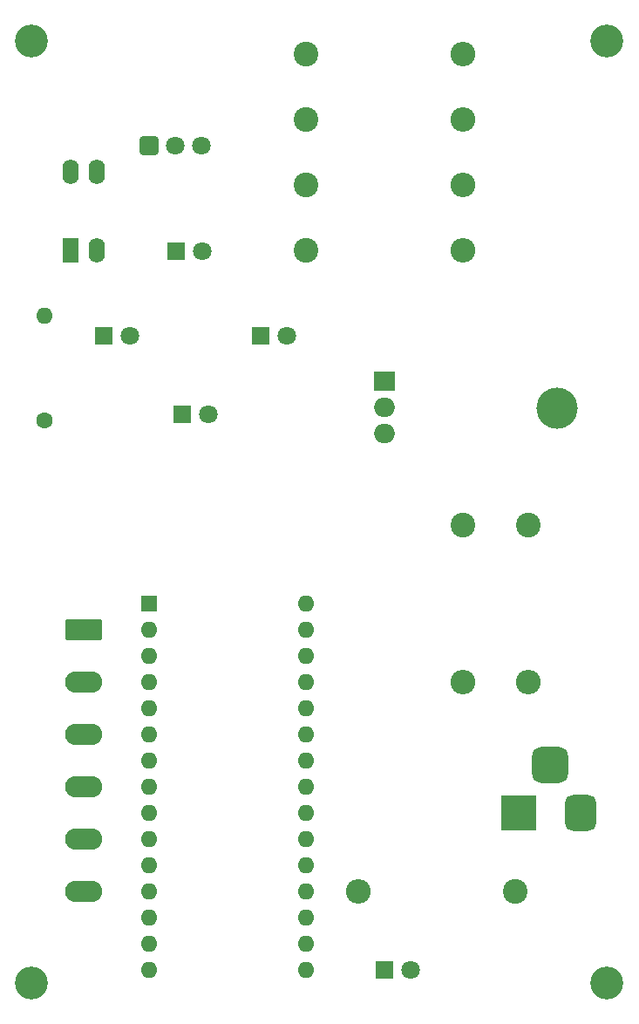
<source format=gbr>
%TF.GenerationSoftware,KiCad,Pcbnew,(5.99.0-10388-g9b1890606d)*%
%TF.CreationDate,2021-05-08T21:36:09-04:00*%
%TF.ProjectId,LexaBlaster,4c657861-426c-4617-9374-65722e6b6963,rev?*%
%TF.SameCoordinates,Original*%
%TF.FileFunction,Soldermask,Top*%
%TF.FilePolarity,Negative*%
%FSLAX46Y46*%
G04 Gerber Fmt 4.6, Leading zero omitted, Abs format (unit mm)*
G04 Created by KiCad (PCBNEW (5.99.0-10388-g9b1890606d)) date 2021-05-08 21:36:09*
%MOMM*%
%LPD*%
G01*
G04 APERTURE LIST*
G04 Aperture macros list*
%AMRoundRect*
0 Rectangle with rounded corners*
0 $1 Rounding radius*
0 $2 $3 $4 $5 $6 $7 $8 $9 X,Y pos of 4 corners*
0 Add a 4 corners polygon primitive as box body*
4,1,4,$2,$3,$4,$5,$6,$7,$8,$9,$2,$3,0*
0 Add four circle primitives for the rounded corners*
1,1,$1+$1,$2,$3*
1,1,$1+$1,$4,$5*
1,1,$1+$1,$6,$7*
1,1,$1+$1,$8,$9*
0 Add four rect primitives between the rounded corners*
20,1,$1+$1,$2,$3,$4,$5,0*
20,1,$1+$1,$4,$5,$6,$7,0*
20,1,$1+$1,$6,$7,$8,$9,0*
20,1,$1+$1,$8,$9,$2,$3,0*%
G04 Aperture macros list end*
%ADD10C,4.000000*%
%ADD11R,2.000000X1.905000*%
%ADD12O,2.000000X1.905000*%
%ADD13R,1.600000X2.400000*%
%ADD14O,1.600000X2.400000*%
%ADD15RoundRect,0.250200X-0.649800X-0.649800X0.649800X-0.649800X0.649800X0.649800X-0.649800X0.649800X0*%
%ADD16C,1.800000*%
%ADD17C,1.600000*%
%ADD18O,1.600000X1.600000*%
%ADD19C,3.200000*%
%ADD20R,3.500000X3.500000*%
%ADD21RoundRect,0.750000X0.750000X1.000000X-0.750000X1.000000X-0.750000X-1.000000X0.750000X-1.000000X0*%
%ADD22RoundRect,0.875000X0.875000X0.875000X-0.875000X0.875000X-0.875000X-0.875000X0.875000X-0.875000X0*%
%ADD23C,2.400000*%
%ADD24O,2.400000X2.400000*%
%ADD25R,1.800000X1.800000*%
%ADD26RoundRect,0.249999X-1.550001X0.790001X-1.550001X-0.790001X1.550001X-0.790001X1.550001X0.790001X0*%
%ADD27O,3.600000X2.080000*%
%ADD28R,1.600000X1.600000*%
G04 APERTURE END LIST*
D10*
%TO.C,U2*%
X177990000Y-82610000D03*
D11*
X161290000Y-80010000D03*
D12*
X161290000Y-82550000D03*
X161290000Y-85090000D03*
%TD*%
D13*
%TO.C,Q1*%
X130810000Y-67310000D03*
D14*
X133350000Y-67310000D03*
X133350000Y-59690000D03*
X130810000Y-59690000D03*
%TD*%
D15*
%TO.C,U1*%
X138430000Y-57150000D03*
D16*
X140970000Y-57150000D03*
X143510000Y-57150000D03*
%TD*%
D17*
%TO.C,R8*%
X128270000Y-83820000D03*
D18*
X128270000Y-73660000D03*
%TD*%
D19*
%TO.C,H1*%
X127000000Y-46990000D03*
%TD*%
%TO.C,H2*%
X182880000Y-46990000D03*
%TD*%
D20*
%TO.C,J2*%
X174340000Y-121920000D03*
D21*
X180340000Y-121920000D03*
D22*
X177340000Y-117220000D03*
%TD*%
D23*
%TO.C,R5*%
X153670000Y-67310000D03*
D24*
X168910000Y-67310000D03*
%TD*%
D25*
%TO.C,D5*%
X161290000Y-137160000D03*
D16*
X163830000Y-137160000D03*
%TD*%
D23*
%TO.C,R1*%
X175260000Y-93980000D03*
D24*
X175260000Y-109220000D03*
%TD*%
D26*
%TO.C,J1*%
X132047500Y-104140000D03*
D27*
X132047500Y-109220000D03*
X132047500Y-114300000D03*
X132047500Y-119380000D03*
X132047500Y-124460000D03*
X132047500Y-129540000D03*
%TD*%
D19*
%TO.C,H3*%
X127000000Y-138430000D03*
%TD*%
D25*
%TO.C,D1*%
X149225000Y-75565000D03*
D16*
X151765000Y-75565000D03*
%TD*%
D25*
%TO.C,D4*%
X141605000Y-83185000D03*
D16*
X144145000Y-83185000D03*
%TD*%
D23*
%TO.C,R2*%
X153670000Y-48260000D03*
D24*
X168910000Y-48260000D03*
%TD*%
D28*
%TO.C,A1*%
X138430000Y-101600000D03*
D18*
X138430000Y-104140000D03*
X138430000Y-106680000D03*
X138430000Y-109220000D03*
X138430000Y-111760000D03*
X138430000Y-114300000D03*
X138430000Y-116840000D03*
X138430000Y-119380000D03*
X138430000Y-121920000D03*
X138430000Y-124460000D03*
X138430000Y-127000000D03*
X138430000Y-129540000D03*
X138430000Y-132080000D03*
X138430000Y-134620000D03*
X138430000Y-137160000D03*
X153670000Y-137160000D03*
X153670000Y-134620000D03*
X153670000Y-132080000D03*
X153670000Y-129540000D03*
X153670000Y-127000000D03*
X153670000Y-124460000D03*
X153670000Y-121920000D03*
X153670000Y-119380000D03*
X153670000Y-116840000D03*
X153670000Y-114300000D03*
X153670000Y-111760000D03*
X153670000Y-109220000D03*
X153670000Y-106680000D03*
X153670000Y-104140000D03*
X153670000Y-101600000D03*
%TD*%
D23*
%TO.C,R7*%
X173990000Y-129540000D03*
D24*
X158750000Y-129540000D03*
%TD*%
D23*
%TO.C,R4*%
X153670000Y-60960000D03*
D24*
X168910000Y-60960000D03*
%TD*%
D25*
%TO.C,D3*%
X141040001Y-67410001D03*
D16*
X143580001Y-67410001D03*
%TD*%
D23*
%TO.C,R6*%
X168910000Y-93980000D03*
D24*
X168910000Y-109220000D03*
%TD*%
D25*
%TO.C,D2*%
X133985000Y-75565000D03*
D16*
X136525000Y-75565000D03*
%TD*%
D19*
%TO.C,H4*%
X182880000Y-138430000D03*
%TD*%
D23*
%TO.C,R3*%
X153670000Y-54610000D03*
D24*
X168910000Y-54610000D03*
%TD*%
M02*

</source>
